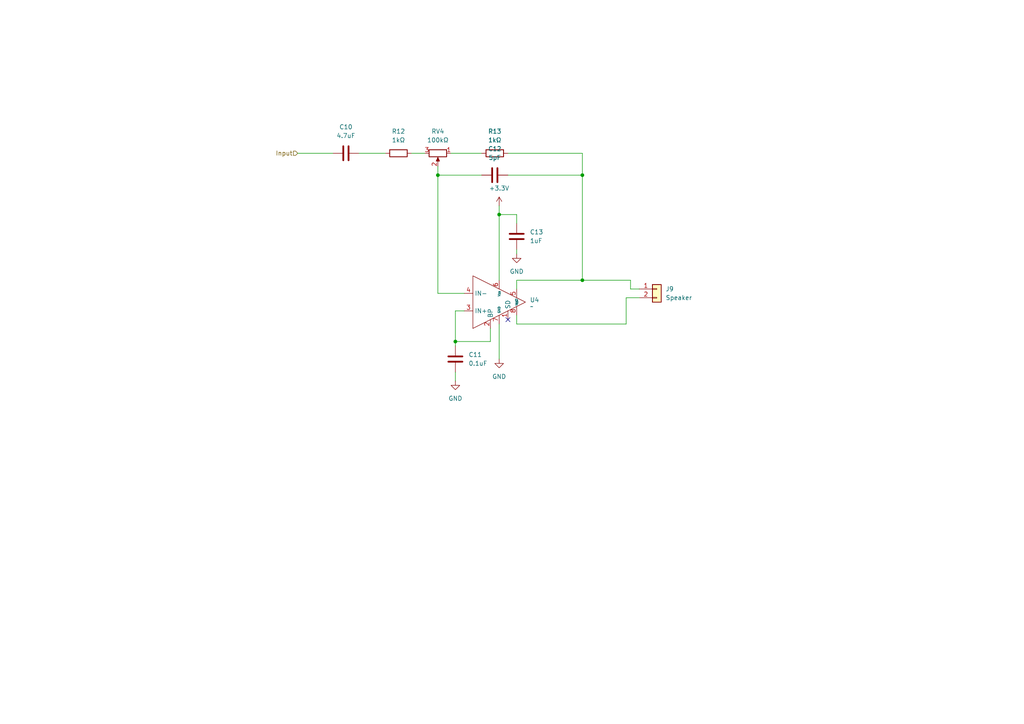
<source format=kicad_sch>
(kicad_sch (version 20250114) (generator "eeschema") (generator_version "9.0")
  (paper "A4")
  (lib_symbols
    (symbol "AudioAmp:LM4861"
      (property "Reference" "U" (at 1.524 5.08 0))
      (symbol "LM4861_0_1"
        (polyline (pts (xy -7.62 -7.62) (xy -7.62 7.62) (xy 7.62 0) (xy -7.62 -7.62)))
      )
      (symbol "LM4861_1_1"
        (pin input line (at -10.16 2.54 0) (length 2.54) (name "IN-") (number "4"))
        (pin input line (at -10.16 -2.54 0) (length 2.54) (name "IN+") (number "3"))
        (pin input line (at -2.54 -7.62 90) (length 2.54) (name "BP") (number "2"))
        (pin input line (at 0 6.35 270) (length 2.54) (name "V_{DD}") (number "6"))
        (pin input line (at 0 -6.35 90) (length 2.54) (name "GND") (number "7"))
        (pin input line (at 2.54 -5.08 90) (length 2.54) (name "SD") (number "1"))
        (pin input line (at 5.08 3.81 270) (length 2.54) (name "V_{O}1") (number "5"))
        (pin input line (at 5.08 -3.81 90) (length 2.54) (name "V_{O}2") (number "8"))
      )
    )
    (symbol "Connector_Generic:Conn_01x02" (pin_names (offset 1.016) (hide yes))
      (property "Reference" "J" (at 0 2.54 0))
      (property "Value" "Conn_01x02" (at 0 -5.08 0))
      (symbol "Conn_01x02_1_1"
        (rectangle (start -1.27 1.27) (end 1.27 -3.81) (stroke (width 0.254)) (fill (type background)))
        (rectangle (start -1.27 0.127) (end 0 -0.127) (stroke (width 0.1524)))
        (rectangle (start -1.27 -2.413) (end 0 -2.667) (stroke (width 0.1524)))
        (pin passive line (at -5.08 0 0) (length 3.81) (name "Pin_1") (number "1"))
        (pin passive line (at -5.08 -2.54 0) (length 3.81) (name "Pin_2") (number "2"))
      )
    )
    (symbol "Device:C" (pin_numbers (hide yes)) (pin_names (offset 0.254))
      (property "Reference" "C" (at 0.635 2.54 0))
      (property "Value" "C" (at 0.635 -2.54 0))
      (symbol "C_0_1"
        (polyline (pts (xy -2.032 0.762) (xy 2.032 0.762)) (stroke (width 0.508)))
        (polyline (pts (xy -2.032 -0.762) (xy 2.032 -0.762)) (stroke (width 0.508)))
      )
      (symbol "C_1_1"
        (pin passive line (at 0 3.81 270) (length 2.794) (name "~") (number "1"))
        (pin passive line (at 0 -3.81 90) (length 2.794) (name "~") (number "2"))
      )
    )
    (symbol "Device:R" (pin_numbers (hide yes)) (pin_names (offset 0))
      (property "Reference" "R" (at 2.032 0 90))
      (property "Value" "R" (at 0 0 90))
      (symbol "R_0_1"
        (rectangle (start -1.016 -2.54) (end 1.016 2.54) (stroke (width 0.254)))
      )
      (symbol "R_1_1"
        (pin passive line (at 0 3.81 270) (length 1.27) (name "~") (number "1"))
        (pin passive line (at 0 -3.81 90) (length 1.27) (name "~") (number "2"))
      )
    )
    (symbol "Device:R_Potentiometer" (pin_names (offset 1.016) (hide yes))
      (property "Reference" "RV" (at -4.445 0 90))
      (property "Value" "R_Potentiometer" (at -2.54 0 90))
      (symbol "R_Potentiometer_0_1"
        (rectangle (start 1.016 2.54) (end -1.016 -2.54) (stroke (width 0.254)))
        (polyline (pts (xy 1.143 0) (xy 2.286 0.508) (xy 2.286 -0.508) (xy 1.143 0)) (fill (type outline)))
        (polyline (pts (xy 2.54 0) (xy 1.524 0)))
      )
      (symbol "R_Potentiometer_1_1"
        (pin passive line (at 0 3.81 270) (length 1.27) (name "1") (number "1"))
        (pin passive line (at 0 -3.81 90) (length 1.27) (name "3") (number "3"))
        (pin passive line (at 3.81 0 180) (length 1.27) (name "2") (number "2"))
      )
    )
    (symbol "power:+3.3V" (power) (pin_numbers (hide yes)) (pin_names (offset 0) (hide yes))
      (property "Value" "+3.3V" (at 0 3.556 0))
      (symbol "+3.3V_0_1"
        (polyline (pts (xy -0.762 1.27) (xy 0 2.54)))
        (polyline (pts (xy 0 2.54) (xy 0.762 1.27)))
        (polyline (pts (xy 0 0) (xy 0 2.54)))
      )
      (symbol "+3.3V_1_1"
        (pin power_in line (at 0 0 90) (length 0) (name "~") (number "1"))
      )
    )
    (symbol "power:GND" (power) (pin_numbers (hide yes)) (pin_names (offset 0) (hide yes))
      (property "Value" "GND" (at 0 -3.81 0))
      (symbol "GND_0_1"
        (polyline (pts (xy 0 0) (xy 0 -1.27) (xy 1.27 -1.27) (xy 0 -2.54) (xy -1.27 -1.27) (xy 0 -1.27)))
      )
      (symbol "GND_1_1"
        (pin power_in line (at 0 0 270) (length 0) (name "~") (number "1"))
      )
    )
  )
  (junction (at 132.08 99.06))
  (junction (at 144.78 62.23))
  (junction (at 168.91 50.8))
  (junction (at 168.91 81.28))
  (junction (at 127 50.8))
  (no_connect (at 147.32 92.71))
  (wire (pts (xy 181.61 93.98) (xy 181.61 86.36)))
  (wire (pts (xy 149.86 62.23) (xy 144.78 62.23)))
  (wire (pts (xy 132.08 99.06) (xy 132.08 100.33)))
  (wire (pts (xy 181.61 86.36) (xy 185.42 86.36)))
  (wire (pts (xy 127 50.8) (xy 127 85.09)))
  (wire (pts (xy 86.36 44.45) (xy 96.52 44.45)))
  (wire (pts (xy 127 50.8) (xy 139.7 50.8)))
  (wire (pts (xy 182.88 81.28) (xy 168.91 81.28)))
  (wire (pts (xy 149.86 93.98) (xy 181.61 93.98)))
  (wire (pts (xy 147.32 44.45) (xy 168.91 44.45)))
  (wire (pts (xy 149.86 91.44) (xy 149.86 93.98)))
  (wire (pts (xy 119.38 44.45) (xy 123.19 44.45)))
  (wire (pts (xy 149.86 72.39) (xy 149.86 73.66)))
  (wire (pts (xy 144.78 93.98) (xy 144.78 104.14)))
  (wire (pts (xy 127 85.09) (xy 134.62 85.09)))
  (wire (pts (xy 168.91 50.8) (xy 168.91 81.28)))
  (wire (pts (xy 144.78 62.23) (xy 144.78 81.28)))
  (wire (pts (xy 182.88 83.82) (xy 182.88 81.28)))
  (wire (pts (xy 132.08 99.06) (xy 132.08 90.17)))
  (wire (pts (xy 104.14 44.45) (xy 111.76 44.45)))
  (wire (pts (xy 168.91 81.28) (xy 149.86 81.28)))
  (wire (pts (xy 142.24 99.06) (xy 132.08 99.06)))
  (wire (pts (xy 130.81 44.45) (xy 139.7 44.45)))
  (wire (pts (xy 168.91 44.45) (xy 168.91 50.8)))
  (wire (pts (xy 132.08 90.17) (xy 134.62 90.17)))
  (wire (pts (xy 142.24 95.25) (xy 142.24 99.06)))
  (wire (pts (xy 185.42 83.82) (xy 182.88 83.82)))
  (wire (pts (xy 132.08 107.95) (xy 132.08 110.49)))
  (wire (pts (xy 149.86 81.28) (xy 149.86 83.82)))
  (wire (pts (xy 147.32 50.8) (xy 168.91 50.8)))
  (wire (pts (xy 144.78 59.69) (xy 144.78 62.23)))
  (wire (pts (xy 149.86 64.77) (xy 149.86 62.23)))
  (wire (pts (xy 127 48.26) (xy 127 50.8)))
  (hierarchical_label "Input" (shape input) (at 86.36 44.45 180))
  (symbol (lib_id "Connector_Generic:Conn_01x02") (at 190.5 83.82 0) (unit 1)
    (property "Reference" "J9" (at 193.04 83.8199 0) (effects (justify left)))
    (property "Value" "Speaker" (at 193.04 86.3599 0) (effects (justify left)))
    (property "Description" "Generic connector, single row, 01x02, script generated (kicad-library-utils/schlib/autogen/connector/)" (effects (hide yes)))
  )
  (symbol (lib_id "AudioAmp:LM4861") (at 144.78 87.63 0) (unit 1)
    (property "Reference" "U4" (at 153.67 86.9949 0) (effects (justify left)))
    (property "Value" "~" (at 153.67 88.9 0) (effects (justify left)))
    (property "Footprint" "Package_SO:SOIC-8_3.9x4.9mm_P1.27mm" (effects (hide yes)))
    (property "Datasheet" "https://www.ti.com/lit/ds/symlink/lm4861.pdf" (effects (hide yes)))
  )
  (symbol (lib_id "Device:R_Potentiometer") (at 127 44.45 270) (unit 1)
    (property "Reference" "RV4" (at 127 38.1 90))
    (property "Value" "100kΩ" (at 127 40.64 90))
    (property "Footprint" "Potentiometer_THT:Potentiometer_Bourns_3296W_Vertical" (effects (hide yes)))
  )
  (symbol (lib_id "Device:C") (at 100.33 44.45 90) (unit 1)
    (property "Reference" "C10" (at 100.33 36.83 90))
    (property "Value" "4.7uF" (at 100.33 39.37 90))
    (property "Footprint" "Capacitor_SMD:C_0805_2012Metric" (effects (hide yes)))
  )
  (symbol (lib_id "power:+3.3V") (at 144.78 59.69 0) (unit 1)
    (property "Reference" "#PWR015" (effects (hide yes)))
    (property "Value" "+3.3V" (at 144.78 54.61 0))
    (property "Description" "Power symbol creates a global label with name \"+3.3V\"" (effects (hide yes)))
  )
  (symbol (lib_id "Device:C") (at 149.86 68.58 0) (unit 1)
    (property "Reference" "C13" (at 153.67 67.3099 0) (effects (justify left)))
    (property "Value" "1uF" (at 153.67 69.8499 0) (effects (justify left)))
    (property "Footprint" "Capacitor_SMD:C_0805_2012Metric" (effects (hide yes)))
  )
  (symbol (lib_id "Device:C") (at 143.51 50.8 90) (unit 1)
    (property "Reference" "C12" (at 143.51 43.18 90))
    (property "Value" "5pF" (at 143.51 45.72 90))
    (property "Footprint" "Capacitor_SMD:C_0805_2012Metric" (effects (hide yes)))
  )
  (symbol (lib_id "Device:R") (at 115.57 44.45 270) (unit 1)
    (property "Reference" "R12" (at 115.57 38.1 90))
    (property "Value" "1kΩ" (at 115.57 40.64 90))
    (property "Footprint" "Resistor_SMD:R_0805_2012Metric" (effects (hide yes)))
  )
  (symbol (lib_id "power:GND") (at 149.86 73.66 0) (unit 1)
    (property "Reference" "#PWR017" (effects (hide yes)))
    (property "Value" "GND" (at 149.86 78.74 0))
    (property "Description" "Power symbol creates a global label with name \"GND\" , ground" (effects (hide yes)))
  )
  (symbol (lib_id "power:GND") (at 132.08 110.49 0) (unit 1)
    (property "Reference" "#PWR014" (effects (hide yes)))
    (property "Value" "GND" (at 132.08 115.57 0))
    (property "Description" "Power symbol creates a global label with name \"GND\" , ground" (effects (hide yes)))
  )
  (symbol (lib_id "Device:C") (at 132.08 104.14 0) (unit 1)
    (property "Reference" "C11" (at 135.89 102.8699 0) (effects (justify left)))
    (property "Value" "0.1uF" (at 135.89 105.4099 0) (effects (justify left)))
    (property "Footprint" "Capacitor_SMD:C_0805_2012Metric" (effects (hide yes)))
  )
  (symbol (lib_id "power:GND") (at 144.78 104.14 0) (unit 1)
    (property "Reference" "#PWR016" (effects (hide yes)))
    (property "Value" "GND" (at 144.78 109.22 0))
    (property "Description" "Power symbol creates a global label with name \"GND\" , ground" (effects (hide yes)))
  )
  (symbol (lib_id "Device:R") (at 143.51 44.45 270) (unit 1)
    (property "Reference" "R13" (at 143.51 38.1 90))
    (property "Value" "1kΩ" (at 143.51 40.64 90))
    (property "Footprint" "Resistor_SMD:R_0805_2012Metric" (effects (hide yes)))
  )
)
</source>
